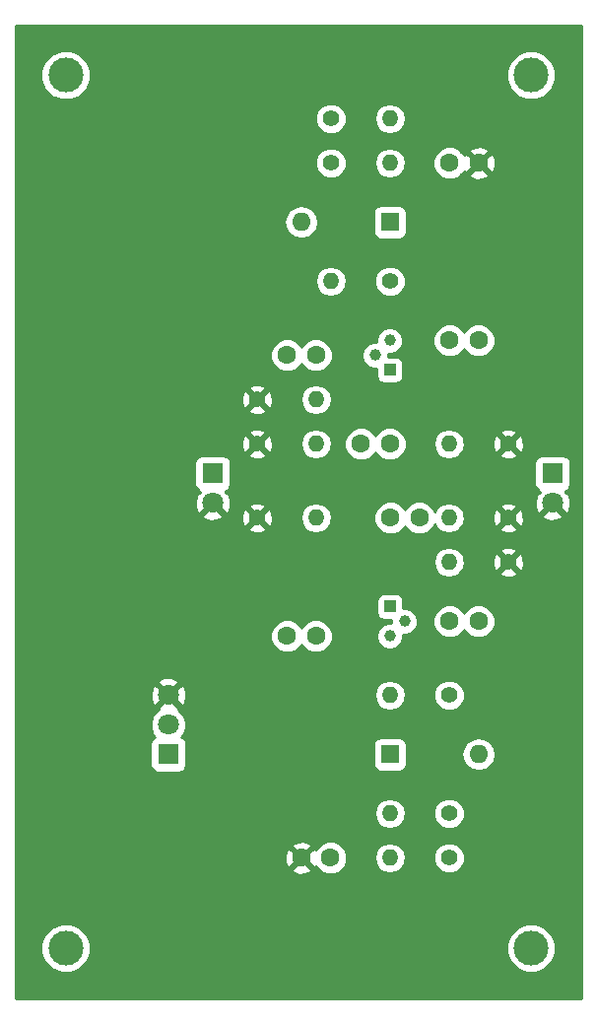
<source format=gbr>
G04 #@! TF.FileFunction,Copper,L1,Top,Signal*
%FSLAX46Y46*%
G04 Gerber Fmt 4.6, Leading zero omitted, Abs format (unit mm)*
G04 Created by KiCad (PCBNEW 4.0.7) date 02/19/18 19:04:24*
%MOMM*%
%LPD*%
G01*
G04 APERTURE LIST*
%ADD10C,0.100000*%
%ADD11C,1.600000*%
%ADD12R,1.600000X1.600000*%
%ADD13O,1.600000X1.600000*%
%ADD14R,1.800000X1.800000*%
%ADD15C,1.800000*%
%ADD16C,1.000000*%
%ADD17R,1.000000X1.000000*%
%ADD18C,1.400000*%
%ADD19O,1.400000X1.400000*%
%ADD20C,3.000000*%
%ADD21C,0.254000*%
G04 APERTURE END LIST*
D10*
D11*
X96520000Y-99060000D03*
X94020000Y-99060000D03*
X96520000Y-123190000D03*
X94020000Y-123190000D03*
X102870000Y-106680000D03*
X100370000Y-106680000D03*
X110490000Y-82550000D03*
X107990000Y-82550000D03*
X95250000Y-142240000D03*
X97750000Y-142240000D03*
X105410000Y-113030000D03*
X102910000Y-113030000D03*
X110490000Y-97790000D03*
X107990000Y-97790000D03*
X110490000Y-121920000D03*
X107990000Y-121920000D03*
D12*
X102870000Y-133350000D03*
D13*
X110490000Y-133350000D03*
D12*
X102870000Y-87630000D03*
D13*
X95250000Y-87630000D03*
D14*
X83820000Y-133350000D03*
D15*
X83820000Y-130810000D03*
X83820000Y-128270000D03*
D14*
X87630000Y-109220000D03*
D15*
X87630000Y-111760000D03*
D14*
X116840000Y-109220000D03*
D15*
X116840000Y-111760000D03*
D16*
X101600000Y-99060000D03*
X102870000Y-97790000D03*
D17*
X102870000Y-100330000D03*
D16*
X104140000Y-121920000D03*
X102870000Y-123190000D03*
D17*
X102870000Y-120650000D03*
D18*
X91440000Y-102870000D03*
D19*
X96520000Y-102870000D03*
D18*
X91440000Y-106680000D03*
D19*
X96520000Y-106680000D03*
D18*
X97790000Y-78740000D03*
D19*
X102870000Y-78740000D03*
D18*
X107950000Y-142240000D03*
D19*
X102870000Y-142240000D03*
D18*
X102870000Y-92710000D03*
D19*
X97790000Y-92710000D03*
D18*
X107950000Y-138430000D03*
D19*
X102870000Y-138430000D03*
D18*
X91440000Y-113030000D03*
D19*
X96520000Y-113030000D03*
D18*
X113030000Y-106680000D03*
D19*
X107950000Y-106680000D03*
D18*
X97790000Y-82550000D03*
D19*
X102870000Y-82550000D03*
D18*
X107950000Y-128270000D03*
D19*
X102870000Y-128270000D03*
D18*
X113030000Y-113030000D03*
D19*
X107950000Y-113030000D03*
D18*
X113030000Y-116840000D03*
D19*
X107950000Y-116840000D03*
D20*
X75000000Y-75000000D03*
X115000000Y-75000000D03*
X115000000Y-150000000D03*
X75000000Y-150000000D03*
D21*
G36*
X119290000Y-154290000D02*
X70710000Y-154290000D01*
X70710000Y-150422815D01*
X72864630Y-150422815D01*
X73188980Y-151207800D01*
X73789041Y-151808909D01*
X74573459Y-152134628D01*
X75422815Y-152135370D01*
X76207800Y-151811020D01*
X76808909Y-151210959D01*
X77134628Y-150426541D01*
X77134631Y-150422815D01*
X112864630Y-150422815D01*
X113188980Y-151207800D01*
X113789041Y-151808909D01*
X114573459Y-152134628D01*
X115422815Y-152135370D01*
X116207800Y-151811020D01*
X116808909Y-151210959D01*
X117134628Y-150426541D01*
X117135370Y-149577185D01*
X116811020Y-148792200D01*
X116210959Y-148191091D01*
X115426541Y-147865372D01*
X114577185Y-147864630D01*
X113792200Y-148188980D01*
X113191091Y-148789041D01*
X112865372Y-149573459D01*
X112864630Y-150422815D01*
X77134631Y-150422815D01*
X77135370Y-149577185D01*
X76811020Y-148792200D01*
X76210959Y-148191091D01*
X75426541Y-147865372D01*
X74577185Y-147864630D01*
X73792200Y-148188980D01*
X73191091Y-148789041D01*
X72865372Y-149573459D01*
X72864630Y-150422815D01*
X70710000Y-150422815D01*
X70710000Y-143247745D01*
X94421861Y-143247745D01*
X94495995Y-143493864D01*
X95033223Y-143686965D01*
X95603454Y-143659778D01*
X96004005Y-143493864D01*
X96078139Y-143247745D01*
X95250000Y-142419605D01*
X94421861Y-143247745D01*
X70710000Y-143247745D01*
X70710000Y-142023223D01*
X93803035Y-142023223D01*
X93830222Y-142593454D01*
X93996136Y-142994005D01*
X94242255Y-143068139D01*
X95070395Y-142240000D01*
X95429605Y-142240000D01*
X96257745Y-143068139D01*
X96503864Y-142994005D01*
X96506196Y-142987517D01*
X96532757Y-143051800D01*
X96936077Y-143455824D01*
X97463309Y-143674750D01*
X98034187Y-143675248D01*
X98561800Y-143457243D01*
X98965824Y-143053923D01*
X99184750Y-142526691D01*
X99185000Y-142240000D01*
X101508846Y-142240000D01*
X101610467Y-142750882D01*
X101899858Y-143183988D01*
X102332964Y-143473379D01*
X102843846Y-143575000D01*
X102896154Y-143575000D01*
X103407036Y-143473379D01*
X103840142Y-143183988D01*
X104129533Y-142750882D01*
X104178564Y-142504383D01*
X106614769Y-142504383D01*
X106817582Y-142995229D01*
X107192796Y-143371098D01*
X107683287Y-143574768D01*
X108214383Y-143575231D01*
X108705229Y-143372418D01*
X109081098Y-142997204D01*
X109284768Y-142506713D01*
X109285231Y-141975617D01*
X109082418Y-141484771D01*
X108707204Y-141108902D01*
X108216713Y-140905232D01*
X107685617Y-140904769D01*
X107194771Y-141107582D01*
X106818902Y-141482796D01*
X106615232Y-141973287D01*
X106614769Y-142504383D01*
X104178564Y-142504383D01*
X104231154Y-142240000D01*
X104129533Y-141729118D01*
X103840142Y-141296012D01*
X103407036Y-141006621D01*
X102896154Y-140905000D01*
X102843846Y-140905000D01*
X102332964Y-141006621D01*
X101899858Y-141296012D01*
X101610467Y-141729118D01*
X101508846Y-142240000D01*
X99185000Y-142240000D01*
X99185248Y-141955813D01*
X98967243Y-141428200D01*
X98563923Y-141024176D01*
X98036691Y-140805250D01*
X97465813Y-140804752D01*
X96938200Y-141022757D01*
X96534176Y-141426077D01*
X96506577Y-141492544D01*
X96503864Y-141485995D01*
X96257745Y-141411861D01*
X95429605Y-142240000D01*
X95070395Y-142240000D01*
X94242255Y-141411861D01*
X93996136Y-141485995D01*
X93803035Y-142023223D01*
X70710000Y-142023223D01*
X70710000Y-141232255D01*
X94421861Y-141232255D01*
X95250000Y-142060395D01*
X96078139Y-141232255D01*
X96004005Y-140986136D01*
X95466777Y-140793035D01*
X94896546Y-140820222D01*
X94495995Y-140986136D01*
X94421861Y-141232255D01*
X70710000Y-141232255D01*
X70710000Y-138430000D01*
X101508846Y-138430000D01*
X101610467Y-138940882D01*
X101899858Y-139373988D01*
X102332964Y-139663379D01*
X102843846Y-139765000D01*
X102896154Y-139765000D01*
X103407036Y-139663379D01*
X103840142Y-139373988D01*
X104129533Y-138940882D01*
X104178564Y-138694383D01*
X106614769Y-138694383D01*
X106817582Y-139185229D01*
X107192796Y-139561098D01*
X107683287Y-139764768D01*
X108214383Y-139765231D01*
X108705229Y-139562418D01*
X109081098Y-139187204D01*
X109284768Y-138696713D01*
X109285231Y-138165617D01*
X109082418Y-137674771D01*
X108707204Y-137298902D01*
X108216713Y-137095232D01*
X107685617Y-137094769D01*
X107194771Y-137297582D01*
X106818902Y-137672796D01*
X106615232Y-138163287D01*
X106614769Y-138694383D01*
X104178564Y-138694383D01*
X104231154Y-138430000D01*
X104129533Y-137919118D01*
X103840142Y-137486012D01*
X103407036Y-137196621D01*
X102896154Y-137095000D01*
X102843846Y-137095000D01*
X102332964Y-137196621D01*
X101899858Y-137486012D01*
X101610467Y-137919118D01*
X101508846Y-138430000D01*
X70710000Y-138430000D01*
X70710000Y-132450000D01*
X82272560Y-132450000D01*
X82272560Y-134250000D01*
X82316838Y-134485317D01*
X82455910Y-134701441D01*
X82668110Y-134846431D01*
X82920000Y-134897440D01*
X84720000Y-134897440D01*
X84955317Y-134853162D01*
X85171441Y-134714090D01*
X85316431Y-134501890D01*
X85367440Y-134250000D01*
X85367440Y-132550000D01*
X101422560Y-132550000D01*
X101422560Y-134150000D01*
X101466838Y-134385317D01*
X101605910Y-134601441D01*
X101818110Y-134746431D01*
X102070000Y-134797440D01*
X103670000Y-134797440D01*
X103905317Y-134753162D01*
X104121441Y-134614090D01*
X104266431Y-134401890D01*
X104317440Y-134150000D01*
X104317440Y-133350000D01*
X109026887Y-133350000D01*
X109136120Y-133899151D01*
X109447189Y-134364698D01*
X109912736Y-134675767D01*
X110461887Y-134785000D01*
X110518113Y-134785000D01*
X111067264Y-134675767D01*
X111532811Y-134364698D01*
X111843880Y-133899151D01*
X111953113Y-133350000D01*
X111843880Y-132800849D01*
X111532811Y-132335302D01*
X111067264Y-132024233D01*
X110518113Y-131915000D01*
X110461887Y-131915000D01*
X109912736Y-132024233D01*
X109447189Y-132335302D01*
X109136120Y-132800849D01*
X109026887Y-133350000D01*
X104317440Y-133350000D01*
X104317440Y-132550000D01*
X104273162Y-132314683D01*
X104134090Y-132098559D01*
X103921890Y-131953569D01*
X103670000Y-131902560D01*
X102070000Y-131902560D01*
X101834683Y-131946838D01*
X101618559Y-132085910D01*
X101473569Y-132298110D01*
X101422560Y-132550000D01*
X85367440Y-132550000D01*
X85367440Y-132450000D01*
X85323162Y-132214683D01*
X85184090Y-131998559D01*
X84971890Y-131853569D01*
X84951466Y-131849433D01*
X85120551Y-131680643D01*
X85354733Y-131116670D01*
X85355265Y-130506009D01*
X85122068Y-129941629D01*
X84690643Y-129509449D01*
X84669806Y-129500797D01*
X84720554Y-129350159D01*
X83820000Y-128449605D01*
X82919446Y-129350159D01*
X82970035Y-129500327D01*
X82951629Y-129507932D01*
X82519449Y-129939357D01*
X82285267Y-130503330D01*
X82284735Y-131113991D01*
X82517932Y-131678371D01*
X82685880Y-131846613D01*
X82684683Y-131846838D01*
X82468559Y-131985910D01*
X82323569Y-132198110D01*
X82272560Y-132450000D01*
X70710000Y-132450000D01*
X70710000Y-128029336D01*
X82273542Y-128029336D01*
X82299161Y-128639460D01*
X82483357Y-129084148D01*
X82739841Y-129170554D01*
X83640395Y-128270000D01*
X83999605Y-128270000D01*
X84900159Y-129170554D01*
X85156643Y-129084148D01*
X85366458Y-128510664D01*
X85356353Y-128270000D01*
X101508846Y-128270000D01*
X101610467Y-128780882D01*
X101899858Y-129213988D01*
X102332964Y-129503379D01*
X102843846Y-129605000D01*
X102896154Y-129605000D01*
X103407036Y-129503379D01*
X103840142Y-129213988D01*
X104129533Y-128780882D01*
X104178564Y-128534383D01*
X106614769Y-128534383D01*
X106817582Y-129025229D01*
X107192796Y-129401098D01*
X107683287Y-129604768D01*
X108214383Y-129605231D01*
X108705229Y-129402418D01*
X109081098Y-129027204D01*
X109284768Y-128536713D01*
X109285231Y-128005617D01*
X109082418Y-127514771D01*
X108707204Y-127138902D01*
X108216713Y-126935232D01*
X107685617Y-126934769D01*
X107194771Y-127137582D01*
X106818902Y-127512796D01*
X106615232Y-128003287D01*
X106614769Y-128534383D01*
X104178564Y-128534383D01*
X104231154Y-128270000D01*
X104129533Y-127759118D01*
X103840142Y-127326012D01*
X103407036Y-127036621D01*
X102896154Y-126935000D01*
X102843846Y-126935000D01*
X102332964Y-127036621D01*
X101899858Y-127326012D01*
X101610467Y-127759118D01*
X101508846Y-128270000D01*
X85356353Y-128270000D01*
X85340839Y-127900540D01*
X85156643Y-127455852D01*
X84900159Y-127369446D01*
X83999605Y-128270000D01*
X83640395Y-128270000D01*
X82739841Y-127369446D01*
X82483357Y-127455852D01*
X82273542Y-128029336D01*
X70710000Y-128029336D01*
X70710000Y-127189841D01*
X82919446Y-127189841D01*
X83820000Y-128090395D01*
X84720554Y-127189841D01*
X84634148Y-126933357D01*
X84060664Y-126723542D01*
X83450540Y-126749161D01*
X83005852Y-126933357D01*
X82919446Y-127189841D01*
X70710000Y-127189841D01*
X70710000Y-123474187D01*
X92584752Y-123474187D01*
X92802757Y-124001800D01*
X93206077Y-124405824D01*
X93733309Y-124624750D01*
X94304187Y-124625248D01*
X94831800Y-124407243D01*
X95235824Y-124003923D01*
X95269813Y-123922069D01*
X95302757Y-124001800D01*
X95706077Y-124405824D01*
X96233309Y-124624750D01*
X96804187Y-124625248D01*
X97331800Y-124407243D01*
X97735824Y-124003923D01*
X97954750Y-123476691D01*
X97955248Y-122905813D01*
X97737243Y-122378200D01*
X97333923Y-121974176D01*
X96806691Y-121755250D01*
X96235813Y-121754752D01*
X95708200Y-121972757D01*
X95304176Y-122376077D01*
X95270187Y-122457931D01*
X95237243Y-122378200D01*
X94833923Y-121974176D01*
X94306691Y-121755250D01*
X93735813Y-121754752D01*
X93208200Y-121972757D01*
X92804176Y-122376077D01*
X92585250Y-122903309D01*
X92584752Y-123474187D01*
X70710000Y-123474187D01*
X70710000Y-120150000D01*
X101722560Y-120150000D01*
X101722560Y-121150000D01*
X101766838Y-121385317D01*
X101905910Y-121601441D01*
X102118110Y-121746431D01*
X102370000Y-121797440D01*
X103005106Y-121797440D01*
X103004881Y-122055117D01*
X102645225Y-122054803D01*
X102227914Y-122227233D01*
X101908355Y-122546235D01*
X101735197Y-122963244D01*
X101734803Y-123414775D01*
X101907233Y-123832086D01*
X102226235Y-124151645D01*
X102643244Y-124324803D01*
X103094775Y-124325197D01*
X103512086Y-124152767D01*
X103831645Y-123833765D01*
X104004803Y-123416756D01*
X104005119Y-123054883D01*
X104364775Y-123055197D01*
X104782086Y-122882767D01*
X105101645Y-122563765D01*
X105250955Y-122204187D01*
X106554752Y-122204187D01*
X106772757Y-122731800D01*
X107176077Y-123135824D01*
X107703309Y-123354750D01*
X108274187Y-123355248D01*
X108801800Y-123137243D01*
X109205824Y-122733923D01*
X109239813Y-122652069D01*
X109272757Y-122731800D01*
X109676077Y-123135824D01*
X110203309Y-123354750D01*
X110774187Y-123355248D01*
X111301800Y-123137243D01*
X111705824Y-122733923D01*
X111924750Y-122206691D01*
X111925248Y-121635813D01*
X111707243Y-121108200D01*
X111303923Y-120704176D01*
X110776691Y-120485250D01*
X110205813Y-120484752D01*
X109678200Y-120702757D01*
X109274176Y-121106077D01*
X109240187Y-121187931D01*
X109207243Y-121108200D01*
X108803923Y-120704176D01*
X108276691Y-120485250D01*
X107705813Y-120484752D01*
X107178200Y-120702757D01*
X106774176Y-121106077D01*
X106555250Y-121633309D01*
X106554752Y-122204187D01*
X105250955Y-122204187D01*
X105274803Y-122146756D01*
X105275197Y-121695225D01*
X105102767Y-121277914D01*
X104783765Y-120958355D01*
X104366756Y-120785197D01*
X104017440Y-120784892D01*
X104017440Y-120150000D01*
X103973162Y-119914683D01*
X103834090Y-119698559D01*
X103621890Y-119553569D01*
X103370000Y-119502560D01*
X102370000Y-119502560D01*
X102134683Y-119546838D01*
X101918559Y-119685910D01*
X101773569Y-119898110D01*
X101722560Y-120150000D01*
X70710000Y-120150000D01*
X70710000Y-116840000D01*
X106588846Y-116840000D01*
X106690467Y-117350882D01*
X106979858Y-117783988D01*
X107412964Y-118073379D01*
X107923846Y-118175000D01*
X107976154Y-118175000D01*
X108487036Y-118073379D01*
X108920142Y-117783988D01*
X108925963Y-117775275D01*
X112274331Y-117775275D01*
X112336169Y-118011042D01*
X112837122Y-118187419D01*
X113367440Y-118158664D01*
X113723831Y-118011042D01*
X113785669Y-117775275D01*
X113030000Y-117019605D01*
X112274331Y-117775275D01*
X108925963Y-117775275D01*
X109209533Y-117350882D01*
X109311154Y-116840000D01*
X109272789Y-116647122D01*
X111682581Y-116647122D01*
X111711336Y-117177440D01*
X111858958Y-117533831D01*
X112094725Y-117595669D01*
X112850395Y-116840000D01*
X113209605Y-116840000D01*
X113965275Y-117595669D01*
X114201042Y-117533831D01*
X114377419Y-117032878D01*
X114348664Y-116502560D01*
X114201042Y-116146169D01*
X113965275Y-116084331D01*
X113209605Y-116840000D01*
X112850395Y-116840000D01*
X112094725Y-116084331D01*
X111858958Y-116146169D01*
X111682581Y-116647122D01*
X109272789Y-116647122D01*
X109209533Y-116329118D01*
X108925964Y-115904725D01*
X112274331Y-115904725D01*
X113030000Y-116660395D01*
X113785669Y-115904725D01*
X113723831Y-115668958D01*
X113222878Y-115492581D01*
X112692560Y-115521336D01*
X112336169Y-115668958D01*
X112274331Y-115904725D01*
X108925964Y-115904725D01*
X108920142Y-115896012D01*
X108487036Y-115606621D01*
X107976154Y-115505000D01*
X107923846Y-115505000D01*
X107412964Y-115606621D01*
X106979858Y-115896012D01*
X106690467Y-116329118D01*
X106588846Y-116840000D01*
X70710000Y-116840000D01*
X70710000Y-113965275D01*
X90684331Y-113965275D01*
X90746169Y-114201042D01*
X91247122Y-114377419D01*
X91777440Y-114348664D01*
X92133831Y-114201042D01*
X92195669Y-113965275D01*
X91440000Y-113209605D01*
X90684331Y-113965275D01*
X70710000Y-113965275D01*
X70710000Y-112840159D01*
X86729446Y-112840159D01*
X86815852Y-113096643D01*
X87389336Y-113306458D01*
X87999460Y-113280839D01*
X88444148Y-113096643D01*
X88530554Y-112840159D01*
X88527517Y-112837122D01*
X90092581Y-112837122D01*
X90121336Y-113367440D01*
X90268958Y-113723831D01*
X90504725Y-113785669D01*
X91260395Y-113030000D01*
X91619605Y-113030000D01*
X92375275Y-113785669D01*
X92611042Y-113723831D01*
X92787419Y-113222878D01*
X92776961Y-113030000D01*
X95158846Y-113030000D01*
X95260467Y-113540882D01*
X95549858Y-113973988D01*
X95982964Y-114263379D01*
X96493846Y-114365000D01*
X96546154Y-114365000D01*
X97057036Y-114263379D01*
X97490142Y-113973988D01*
X97779533Y-113540882D01*
X97824625Y-113314187D01*
X101474752Y-113314187D01*
X101692757Y-113841800D01*
X102096077Y-114245824D01*
X102623309Y-114464750D01*
X103194187Y-114465248D01*
X103721800Y-114247243D01*
X104125824Y-113843923D01*
X104159813Y-113762069D01*
X104192757Y-113841800D01*
X104596077Y-114245824D01*
X105123309Y-114464750D01*
X105694187Y-114465248D01*
X106221800Y-114247243D01*
X106625824Y-113843923D01*
X106728205Y-113597362D01*
X106979858Y-113973988D01*
X107412964Y-114263379D01*
X107923846Y-114365000D01*
X107976154Y-114365000D01*
X108487036Y-114263379D01*
X108920142Y-113973988D01*
X108925963Y-113965275D01*
X112274331Y-113965275D01*
X112336169Y-114201042D01*
X112837122Y-114377419D01*
X113367440Y-114348664D01*
X113723831Y-114201042D01*
X113785669Y-113965275D01*
X113030000Y-113209605D01*
X112274331Y-113965275D01*
X108925963Y-113965275D01*
X109209533Y-113540882D01*
X109311154Y-113030000D01*
X109272789Y-112837122D01*
X111682581Y-112837122D01*
X111711336Y-113367440D01*
X111858958Y-113723831D01*
X112094725Y-113785669D01*
X112850395Y-113030000D01*
X113209605Y-113030000D01*
X113965275Y-113785669D01*
X114201042Y-113723831D01*
X114377419Y-113222878D01*
X114356668Y-112840159D01*
X115939446Y-112840159D01*
X116025852Y-113096643D01*
X116599336Y-113306458D01*
X117209460Y-113280839D01*
X117654148Y-113096643D01*
X117740554Y-112840159D01*
X116840000Y-111939605D01*
X115939446Y-112840159D01*
X114356668Y-112840159D01*
X114348664Y-112692560D01*
X114201042Y-112336169D01*
X113965275Y-112274331D01*
X113209605Y-113030000D01*
X112850395Y-113030000D01*
X112094725Y-112274331D01*
X111858958Y-112336169D01*
X111682581Y-112837122D01*
X109272789Y-112837122D01*
X109209533Y-112519118D01*
X108925964Y-112094725D01*
X112274331Y-112094725D01*
X113030000Y-112850395D01*
X113785669Y-112094725D01*
X113723831Y-111858958D01*
X113222878Y-111682581D01*
X112692560Y-111711336D01*
X112336169Y-111858958D01*
X112274331Y-112094725D01*
X108925964Y-112094725D01*
X108920142Y-112086012D01*
X108487036Y-111796621D01*
X107976154Y-111695000D01*
X107923846Y-111695000D01*
X107412964Y-111796621D01*
X106979858Y-112086012D01*
X106728228Y-112462604D01*
X106627243Y-112218200D01*
X106223923Y-111814176D01*
X105696691Y-111595250D01*
X105125813Y-111594752D01*
X104598200Y-111812757D01*
X104194176Y-112216077D01*
X104160187Y-112297931D01*
X104127243Y-112218200D01*
X103723923Y-111814176D01*
X103196691Y-111595250D01*
X102625813Y-111594752D01*
X102098200Y-111812757D01*
X101694176Y-112216077D01*
X101475250Y-112743309D01*
X101474752Y-113314187D01*
X97824625Y-113314187D01*
X97881154Y-113030000D01*
X97779533Y-112519118D01*
X97490142Y-112086012D01*
X97057036Y-111796621D01*
X96546154Y-111695000D01*
X96493846Y-111695000D01*
X95982964Y-111796621D01*
X95549858Y-112086012D01*
X95260467Y-112519118D01*
X95158846Y-113030000D01*
X92776961Y-113030000D01*
X92758664Y-112692560D01*
X92611042Y-112336169D01*
X92375275Y-112274331D01*
X91619605Y-113030000D01*
X91260395Y-113030000D01*
X90504725Y-112274331D01*
X90268958Y-112336169D01*
X90092581Y-112837122D01*
X88527517Y-112837122D01*
X87630000Y-111939605D01*
X86729446Y-112840159D01*
X70710000Y-112840159D01*
X70710000Y-108320000D01*
X86082560Y-108320000D01*
X86082560Y-110120000D01*
X86126838Y-110355317D01*
X86265910Y-110571441D01*
X86469574Y-110710598D01*
X86435282Y-110744890D01*
X86549839Y-110859447D01*
X86293357Y-110945852D01*
X86083542Y-111519336D01*
X86109161Y-112129460D01*
X86293357Y-112574148D01*
X86549841Y-112660554D01*
X87450395Y-111760000D01*
X87436253Y-111745858D01*
X87615858Y-111566253D01*
X87630000Y-111580395D01*
X87644143Y-111566253D01*
X87823748Y-111745858D01*
X87809605Y-111760000D01*
X88710159Y-112660554D01*
X88966643Y-112574148D01*
X89142044Y-112094725D01*
X90684331Y-112094725D01*
X91440000Y-112850395D01*
X92195669Y-112094725D01*
X92133831Y-111858958D01*
X91632878Y-111682581D01*
X91102560Y-111711336D01*
X90746169Y-111858958D01*
X90684331Y-112094725D01*
X89142044Y-112094725D01*
X89176458Y-112000664D01*
X89150839Y-111390540D01*
X88966643Y-110945852D01*
X88710161Y-110859447D01*
X88824718Y-110744890D01*
X88788240Y-110708412D01*
X88981441Y-110584090D01*
X89126431Y-110371890D01*
X89177440Y-110120000D01*
X89177440Y-108320000D01*
X115292560Y-108320000D01*
X115292560Y-110120000D01*
X115336838Y-110355317D01*
X115475910Y-110571441D01*
X115679574Y-110710598D01*
X115645282Y-110744890D01*
X115759839Y-110859447D01*
X115503357Y-110945852D01*
X115293542Y-111519336D01*
X115319161Y-112129460D01*
X115503357Y-112574148D01*
X115759841Y-112660554D01*
X116660395Y-111760000D01*
X116646253Y-111745858D01*
X116825858Y-111566253D01*
X116840000Y-111580395D01*
X116854143Y-111566253D01*
X117033748Y-111745858D01*
X117019605Y-111760000D01*
X117920159Y-112660554D01*
X118176643Y-112574148D01*
X118386458Y-112000664D01*
X118360839Y-111390540D01*
X118176643Y-110945852D01*
X117920161Y-110859447D01*
X118034718Y-110744890D01*
X117998240Y-110708412D01*
X118191441Y-110584090D01*
X118336431Y-110371890D01*
X118387440Y-110120000D01*
X118387440Y-108320000D01*
X118343162Y-108084683D01*
X118204090Y-107868559D01*
X117991890Y-107723569D01*
X117740000Y-107672560D01*
X115940000Y-107672560D01*
X115704683Y-107716838D01*
X115488559Y-107855910D01*
X115343569Y-108068110D01*
X115292560Y-108320000D01*
X89177440Y-108320000D01*
X89133162Y-108084683D01*
X88994090Y-107868559D01*
X88781890Y-107723569D01*
X88530000Y-107672560D01*
X86730000Y-107672560D01*
X86494683Y-107716838D01*
X86278559Y-107855910D01*
X86133569Y-108068110D01*
X86082560Y-108320000D01*
X70710000Y-108320000D01*
X70710000Y-107615275D01*
X90684331Y-107615275D01*
X90746169Y-107851042D01*
X91247122Y-108027419D01*
X91777440Y-107998664D01*
X92133831Y-107851042D01*
X92195669Y-107615275D01*
X91440000Y-106859605D01*
X90684331Y-107615275D01*
X70710000Y-107615275D01*
X70710000Y-106487122D01*
X90092581Y-106487122D01*
X90121336Y-107017440D01*
X90268958Y-107373831D01*
X90504725Y-107435669D01*
X91260395Y-106680000D01*
X91619605Y-106680000D01*
X92375275Y-107435669D01*
X92611042Y-107373831D01*
X92787419Y-106872878D01*
X92776961Y-106680000D01*
X95158846Y-106680000D01*
X95260467Y-107190882D01*
X95549858Y-107623988D01*
X95982964Y-107913379D01*
X96493846Y-108015000D01*
X96546154Y-108015000D01*
X97057036Y-107913379D01*
X97490142Y-107623988D01*
X97779533Y-107190882D01*
X97824625Y-106964187D01*
X98934752Y-106964187D01*
X99152757Y-107491800D01*
X99556077Y-107895824D01*
X100083309Y-108114750D01*
X100654187Y-108115248D01*
X101181800Y-107897243D01*
X101585824Y-107493923D01*
X101619813Y-107412069D01*
X101652757Y-107491800D01*
X102056077Y-107895824D01*
X102583309Y-108114750D01*
X103154187Y-108115248D01*
X103681800Y-107897243D01*
X104085824Y-107493923D01*
X104304750Y-106966691D01*
X104305000Y-106680000D01*
X106588846Y-106680000D01*
X106690467Y-107190882D01*
X106979858Y-107623988D01*
X107412964Y-107913379D01*
X107923846Y-108015000D01*
X107976154Y-108015000D01*
X108487036Y-107913379D01*
X108920142Y-107623988D01*
X108925963Y-107615275D01*
X112274331Y-107615275D01*
X112336169Y-107851042D01*
X112837122Y-108027419D01*
X113367440Y-107998664D01*
X113723831Y-107851042D01*
X113785669Y-107615275D01*
X113030000Y-106859605D01*
X112274331Y-107615275D01*
X108925963Y-107615275D01*
X109209533Y-107190882D01*
X109311154Y-106680000D01*
X109272789Y-106487122D01*
X111682581Y-106487122D01*
X111711336Y-107017440D01*
X111858958Y-107373831D01*
X112094725Y-107435669D01*
X112850395Y-106680000D01*
X113209605Y-106680000D01*
X113965275Y-107435669D01*
X114201042Y-107373831D01*
X114377419Y-106872878D01*
X114348664Y-106342560D01*
X114201042Y-105986169D01*
X113965275Y-105924331D01*
X113209605Y-106680000D01*
X112850395Y-106680000D01*
X112094725Y-105924331D01*
X111858958Y-105986169D01*
X111682581Y-106487122D01*
X109272789Y-106487122D01*
X109209533Y-106169118D01*
X108925964Y-105744725D01*
X112274331Y-105744725D01*
X113030000Y-106500395D01*
X113785669Y-105744725D01*
X113723831Y-105508958D01*
X113222878Y-105332581D01*
X112692560Y-105361336D01*
X112336169Y-105508958D01*
X112274331Y-105744725D01*
X108925964Y-105744725D01*
X108920142Y-105736012D01*
X108487036Y-105446621D01*
X107976154Y-105345000D01*
X107923846Y-105345000D01*
X107412964Y-105446621D01*
X106979858Y-105736012D01*
X106690467Y-106169118D01*
X106588846Y-106680000D01*
X104305000Y-106680000D01*
X104305248Y-106395813D01*
X104087243Y-105868200D01*
X103683923Y-105464176D01*
X103156691Y-105245250D01*
X102585813Y-105244752D01*
X102058200Y-105462757D01*
X101654176Y-105866077D01*
X101620187Y-105947931D01*
X101587243Y-105868200D01*
X101183923Y-105464176D01*
X100656691Y-105245250D01*
X100085813Y-105244752D01*
X99558200Y-105462757D01*
X99154176Y-105866077D01*
X98935250Y-106393309D01*
X98934752Y-106964187D01*
X97824625Y-106964187D01*
X97881154Y-106680000D01*
X97779533Y-106169118D01*
X97490142Y-105736012D01*
X97057036Y-105446621D01*
X96546154Y-105345000D01*
X96493846Y-105345000D01*
X95982964Y-105446621D01*
X95549858Y-105736012D01*
X95260467Y-106169118D01*
X95158846Y-106680000D01*
X92776961Y-106680000D01*
X92758664Y-106342560D01*
X92611042Y-105986169D01*
X92375275Y-105924331D01*
X91619605Y-106680000D01*
X91260395Y-106680000D01*
X90504725Y-105924331D01*
X90268958Y-105986169D01*
X90092581Y-106487122D01*
X70710000Y-106487122D01*
X70710000Y-105744725D01*
X90684331Y-105744725D01*
X91440000Y-106500395D01*
X92195669Y-105744725D01*
X92133831Y-105508958D01*
X91632878Y-105332581D01*
X91102560Y-105361336D01*
X90746169Y-105508958D01*
X90684331Y-105744725D01*
X70710000Y-105744725D01*
X70710000Y-103805275D01*
X90684331Y-103805275D01*
X90746169Y-104041042D01*
X91247122Y-104217419D01*
X91777440Y-104188664D01*
X92133831Y-104041042D01*
X92195669Y-103805275D01*
X91440000Y-103049605D01*
X90684331Y-103805275D01*
X70710000Y-103805275D01*
X70710000Y-102677122D01*
X90092581Y-102677122D01*
X90121336Y-103207440D01*
X90268958Y-103563831D01*
X90504725Y-103625669D01*
X91260395Y-102870000D01*
X91619605Y-102870000D01*
X92375275Y-103625669D01*
X92611042Y-103563831D01*
X92787419Y-103062878D01*
X92776961Y-102870000D01*
X95158846Y-102870000D01*
X95260467Y-103380882D01*
X95549858Y-103813988D01*
X95982964Y-104103379D01*
X96493846Y-104205000D01*
X96546154Y-104205000D01*
X97057036Y-104103379D01*
X97490142Y-103813988D01*
X97779533Y-103380882D01*
X97881154Y-102870000D01*
X97779533Y-102359118D01*
X97490142Y-101926012D01*
X97057036Y-101636621D01*
X96546154Y-101535000D01*
X96493846Y-101535000D01*
X95982964Y-101636621D01*
X95549858Y-101926012D01*
X95260467Y-102359118D01*
X95158846Y-102870000D01*
X92776961Y-102870000D01*
X92758664Y-102532560D01*
X92611042Y-102176169D01*
X92375275Y-102114331D01*
X91619605Y-102870000D01*
X91260395Y-102870000D01*
X90504725Y-102114331D01*
X90268958Y-102176169D01*
X90092581Y-102677122D01*
X70710000Y-102677122D01*
X70710000Y-101934725D01*
X90684331Y-101934725D01*
X91440000Y-102690395D01*
X92195669Y-101934725D01*
X92133831Y-101698958D01*
X91632878Y-101522581D01*
X91102560Y-101551336D01*
X90746169Y-101698958D01*
X90684331Y-101934725D01*
X70710000Y-101934725D01*
X70710000Y-99344187D01*
X92584752Y-99344187D01*
X92802757Y-99871800D01*
X93206077Y-100275824D01*
X93733309Y-100494750D01*
X94304187Y-100495248D01*
X94831800Y-100277243D01*
X95235824Y-99873923D01*
X95269813Y-99792069D01*
X95302757Y-99871800D01*
X95706077Y-100275824D01*
X96233309Y-100494750D01*
X96804187Y-100495248D01*
X97331800Y-100277243D01*
X97735824Y-99873923D01*
X97954750Y-99346691D01*
X97954804Y-99284775D01*
X100464803Y-99284775D01*
X100637233Y-99702086D01*
X100956235Y-100021645D01*
X101373244Y-100194803D01*
X101722560Y-100195108D01*
X101722560Y-100830000D01*
X101766838Y-101065317D01*
X101905910Y-101281441D01*
X102118110Y-101426431D01*
X102370000Y-101477440D01*
X103370000Y-101477440D01*
X103605317Y-101433162D01*
X103821441Y-101294090D01*
X103966431Y-101081890D01*
X104017440Y-100830000D01*
X104017440Y-99830000D01*
X103973162Y-99594683D01*
X103834090Y-99378559D01*
X103621890Y-99233569D01*
X103370000Y-99182560D01*
X102734894Y-99182560D01*
X102735119Y-98924883D01*
X103094775Y-98925197D01*
X103512086Y-98752767D01*
X103831645Y-98433765D01*
X103980955Y-98074187D01*
X106554752Y-98074187D01*
X106772757Y-98601800D01*
X107176077Y-99005824D01*
X107703309Y-99224750D01*
X108274187Y-99225248D01*
X108801800Y-99007243D01*
X109205824Y-98603923D01*
X109239813Y-98522069D01*
X109272757Y-98601800D01*
X109676077Y-99005824D01*
X110203309Y-99224750D01*
X110774187Y-99225248D01*
X111301800Y-99007243D01*
X111705824Y-98603923D01*
X111924750Y-98076691D01*
X111925248Y-97505813D01*
X111707243Y-96978200D01*
X111303923Y-96574176D01*
X110776691Y-96355250D01*
X110205813Y-96354752D01*
X109678200Y-96572757D01*
X109274176Y-96976077D01*
X109240187Y-97057931D01*
X109207243Y-96978200D01*
X108803923Y-96574176D01*
X108276691Y-96355250D01*
X107705813Y-96354752D01*
X107178200Y-96572757D01*
X106774176Y-96976077D01*
X106555250Y-97503309D01*
X106554752Y-98074187D01*
X103980955Y-98074187D01*
X104004803Y-98016756D01*
X104005197Y-97565225D01*
X103832767Y-97147914D01*
X103513765Y-96828355D01*
X103096756Y-96655197D01*
X102645225Y-96654803D01*
X102227914Y-96827233D01*
X101908355Y-97146235D01*
X101735197Y-97563244D01*
X101734881Y-97925117D01*
X101375225Y-97924803D01*
X100957914Y-98097233D01*
X100638355Y-98416235D01*
X100465197Y-98833244D01*
X100464803Y-99284775D01*
X97954804Y-99284775D01*
X97955248Y-98775813D01*
X97737243Y-98248200D01*
X97333923Y-97844176D01*
X96806691Y-97625250D01*
X96235813Y-97624752D01*
X95708200Y-97842757D01*
X95304176Y-98246077D01*
X95270187Y-98327931D01*
X95237243Y-98248200D01*
X94833923Y-97844176D01*
X94306691Y-97625250D01*
X93735813Y-97624752D01*
X93208200Y-97842757D01*
X92804176Y-98246077D01*
X92585250Y-98773309D01*
X92584752Y-99344187D01*
X70710000Y-99344187D01*
X70710000Y-92710000D01*
X96428846Y-92710000D01*
X96530467Y-93220882D01*
X96819858Y-93653988D01*
X97252964Y-93943379D01*
X97763846Y-94045000D01*
X97816154Y-94045000D01*
X98327036Y-93943379D01*
X98760142Y-93653988D01*
X99049533Y-93220882D01*
X99098564Y-92974383D01*
X101534769Y-92974383D01*
X101737582Y-93465229D01*
X102112796Y-93841098D01*
X102603287Y-94044768D01*
X103134383Y-94045231D01*
X103625229Y-93842418D01*
X104001098Y-93467204D01*
X104204768Y-92976713D01*
X104205231Y-92445617D01*
X104002418Y-91954771D01*
X103627204Y-91578902D01*
X103136713Y-91375232D01*
X102605617Y-91374769D01*
X102114771Y-91577582D01*
X101738902Y-91952796D01*
X101535232Y-92443287D01*
X101534769Y-92974383D01*
X99098564Y-92974383D01*
X99151154Y-92710000D01*
X99049533Y-92199118D01*
X98760142Y-91766012D01*
X98327036Y-91476621D01*
X97816154Y-91375000D01*
X97763846Y-91375000D01*
X97252964Y-91476621D01*
X96819858Y-91766012D01*
X96530467Y-92199118D01*
X96428846Y-92710000D01*
X70710000Y-92710000D01*
X70710000Y-87630000D01*
X93786887Y-87630000D01*
X93896120Y-88179151D01*
X94207189Y-88644698D01*
X94672736Y-88955767D01*
X95221887Y-89065000D01*
X95278113Y-89065000D01*
X95827264Y-88955767D01*
X96292811Y-88644698D01*
X96603880Y-88179151D01*
X96713113Y-87630000D01*
X96603880Y-87080849D01*
X96436268Y-86830000D01*
X101422560Y-86830000D01*
X101422560Y-88430000D01*
X101466838Y-88665317D01*
X101605910Y-88881441D01*
X101818110Y-89026431D01*
X102070000Y-89077440D01*
X103670000Y-89077440D01*
X103905317Y-89033162D01*
X104121441Y-88894090D01*
X104266431Y-88681890D01*
X104317440Y-88430000D01*
X104317440Y-86830000D01*
X104273162Y-86594683D01*
X104134090Y-86378559D01*
X103921890Y-86233569D01*
X103670000Y-86182560D01*
X102070000Y-86182560D01*
X101834683Y-86226838D01*
X101618559Y-86365910D01*
X101473569Y-86578110D01*
X101422560Y-86830000D01*
X96436268Y-86830000D01*
X96292811Y-86615302D01*
X95827264Y-86304233D01*
X95278113Y-86195000D01*
X95221887Y-86195000D01*
X94672736Y-86304233D01*
X94207189Y-86615302D01*
X93896120Y-87080849D01*
X93786887Y-87630000D01*
X70710000Y-87630000D01*
X70710000Y-82814383D01*
X96454769Y-82814383D01*
X96657582Y-83305229D01*
X97032796Y-83681098D01*
X97523287Y-83884768D01*
X98054383Y-83885231D01*
X98545229Y-83682418D01*
X98921098Y-83307204D01*
X99124768Y-82816713D01*
X99125000Y-82550000D01*
X101508846Y-82550000D01*
X101610467Y-83060882D01*
X101899858Y-83493988D01*
X102332964Y-83783379D01*
X102843846Y-83885000D01*
X102896154Y-83885000D01*
X103407036Y-83783379D01*
X103840142Y-83493988D01*
X104129533Y-83060882D01*
X104174625Y-82834187D01*
X106554752Y-82834187D01*
X106772757Y-83361800D01*
X107176077Y-83765824D01*
X107703309Y-83984750D01*
X108274187Y-83985248D01*
X108801800Y-83767243D01*
X109011663Y-83557745D01*
X109661861Y-83557745D01*
X109735995Y-83803864D01*
X110273223Y-83996965D01*
X110843454Y-83969778D01*
X111244005Y-83803864D01*
X111318139Y-83557745D01*
X110490000Y-82729605D01*
X109661861Y-83557745D01*
X109011663Y-83557745D01*
X109205824Y-83363923D01*
X109233423Y-83297456D01*
X109236136Y-83304005D01*
X109482255Y-83378139D01*
X110310395Y-82550000D01*
X110669605Y-82550000D01*
X111497745Y-83378139D01*
X111743864Y-83304005D01*
X111936965Y-82766777D01*
X111909778Y-82196546D01*
X111743864Y-81795995D01*
X111497745Y-81721861D01*
X110669605Y-82550000D01*
X110310395Y-82550000D01*
X109482255Y-81721861D01*
X109236136Y-81795995D01*
X109233804Y-81802483D01*
X109207243Y-81738200D01*
X109011640Y-81542255D01*
X109661861Y-81542255D01*
X110490000Y-82370395D01*
X111318139Y-81542255D01*
X111244005Y-81296136D01*
X110706777Y-81103035D01*
X110136546Y-81130222D01*
X109735995Y-81296136D01*
X109661861Y-81542255D01*
X109011640Y-81542255D01*
X108803923Y-81334176D01*
X108276691Y-81115250D01*
X107705813Y-81114752D01*
X107178200Y-81332757D01*
X106774176Y-81736077D01*
X106555250Y-82263309D01*
X106554752Y-82834187D01*
X104174625Y-82834187D01*
X104231154Y-82550000D01*
X104129533Y-82039118D01*
X103840142Y-81606012D01*
X103407036Y-81316621D01*
X102896154Y-81215000D01*
X102843846Y-81215000D01*
X102332964Y-81316621D01*
X101899858Y-81606012D01*
X101610467Y-82039118D01*
X101508846Y-82550000D01*
X99125000Y-82550000D01*
X99125231Y-82285617D01*
X98922418Y-81794771D01*
X98547204Y-81418902D01*
X98056713Y-81215232D01*
X97525617Y-81214769D01*
X97034771Y-81417582D01*
X96658902Y-81792796D01*
X96455232Y-82283287D01*
X96454769Y-82814383D01*
X70710000Y-82814383D01*
X70710000Y-79004383D01*
X96454769Y-79004383D01*
X96657582Y-79495229D01*
X97032796Y-79871098D01*
X97523287Y-80074768D01*
X98054383Y-80075231D01*
X98545229Y-79872418D01*
X98921098Y-79497204D01*
X99124768Y-79006713D01*
X99125000Y-78740000D01*
X101508846Y-78740000D01*
X101610467Y-79250882D01*
X101899858Y-79683988D01*
X102332964Y-79973379D01*
X102843846Y-80075000D01*
X102896154Y-80075000D01*
X103407036Y-79973379D01*
X103840142Y-79683988D01*
X104129533Y-79250882D01*
X104231154Y-78740000D01*
X104129533Y-78229118D01*
X103840142Y-77796012D01*
X103407036Y-77506621D01*
X102896154Y-77405000D01*
X102843846Y-77405000D01*
X102332964Y-77506621D01*
X101899858Y-77796012D01*
X101610467Y-78229118D01*
X101508846Y-78740000D01*
X99125000Y-78740000D01*
X99125231Y-78475617D01*
X98922418Y-77984771D01*
X98547204Y-77608902D01*
X98056713Y-77405232D01*
X97525617Y-77404769D01*
X97034771Y-77607582D01*
X96658902Y-77982796D01*
X96455232Y-78473287D01*
X96454769Y-79004383D01*
X70710000Y-79004383D01*
X70710000Y-75422815D01*
X72864630Y-75422815D01*
X73188980Y-76207800D01*
X73789041Y-76808909D01*
X74573459Y-77134628D01*
X75422815Y-77135370D01*
X76207800Y-76811020D01*
X76808909Y-76210959D01*
X77134628Y-75426541D01*
X77134631Y-75422815D01*
X112864630Y-75422815D01*
X113188980Y-76207800D01*
X113789041Y-76808909D01*
X114573459Y-77134628D01*
X115422815Y-77135370D01*
X116207800Y-76811020D01*
X116808909Y-76210959D01*
X117134628Y-75426541D01*
X117135370Y-74577185D01*
X116811020Y-73792200D01*
X116210959Y-73191091D01*
X115426541Y-72865372D01*
X114577185Y-72864630D01*
X113792200Y-73188980D01*
X113191091Y-73789041D01*
X112865372Y-74573459D01*
X112864630Y-75422815D01*
X77134631Y-75422815D01*
X77135370Y-74577185D01*
X76811020Y-73792200D01*
X76210959Y-73191091D01*
X75426541Y-72865372D01*
X74577185Y-72864630D01*
X73792200Y-73188980D01*
X73191091Y-73789041D01*
X72865372Y-74573459D01*
X72864630Y-75422815D01*
X70710000Y-75422815D01*
X70710000Y-70710000D01*
X119290000Y-70710000D01*
X119290000Y-154290000D01*
X119290000Y-154290000D01*
G37*
X119290000Y-154290000D02*
X70710000Y-154290000D01*
X70710000Y-150422815D01*
X72864630Y-150422815D01*
X73188980Y-151207800D01*
X73789041Y-151808909D01*
X74573459Y-152134628D01*
X75422815Y-152135370D01*
X76207800Y-151811020D01*
X76808909Y-151210959D01*
X77134628Y-150426541D01*
X77134631Y-150422815D01*
X112864630Y-150422815D01*
X113188980Y-151207800D01*
X113789041Y-151808909D01*
X114573459Y-152134628D01*
X115422815Y-152135370D01*
X116207800Y-151811020D01*
X116808909Y-151210959D01*
X117134628Y-150426541D01*
X117135370Y-149577185D01*
X116811020Y-148792200D01*
X116210959Y-148191091D01*
X115426541Y-147865372D01*
X114577185Y-147864630D01*
X113792200Y-148188980D01*
X113191091Y-148789041D01*
X112865372Y-149573459D01*
X112864630Y-150422815D01*
X77134631Y-150422815D01*
X77135370Y-149577185D01*
X76811020Y-148792200D01*
X76210959Y-148191091D01*
X75426541Y-147865372D01*
X74577185Y-147864630D01*
X73792200Y-148188980D01*
X73191091Y-148789041D01*
X72865372Y-149573459D01*
X72864630Y-150422815D01*
X70710000Y-150422815D01*
X70710000Y-143247745D01*
X94421861Y-143247745D01*
X94495995Y-143493864D01*
X95033223Y-143686965D01*
X95603454Y-143659778D01*
X96004005Y-143493864D01*
X96078139Y-143247745D01*
X95250000Y-142419605D01*
X94421861Y-143247745D01*
X70710000Y-143247745D01*
X70710000Y-142023223D01*
X93803035Y-142023223D01*
X93830222Y-142593454D01*
X93996136Y-142994005D01*
X94242255Y-143068139D01*
X95070395Y-142240000D01*
X95429605Y-142240000D01*
X96257745Y-143068139D01*
X96503864Y-142994005D01*
X96506196Y-142987517D01*
X96532757Y-143051800D01*
X96936077Y-143455824D01*
X97463309Y-143674750D01*
X98034187Y-143675248D01*
X98561800Y-143457243D01*
X98965824Y-143053923D01*
X99184750Y-142526691D01*
X99185000Y-142240000D01*
X101508846Y-142240000D01*
X101610467Y-142750882D01*
X101899858Y-143183988D01*
X102332964Y-143473379D01*
X102843846Y-143575000D01*
X102896154Y-143575000D01*
X103407036Y-143473379D01*
X103840142Y-143183988D01*
X104129533Y-142750882D01*
X104178564Y-142504383D01*
X106614769Y-142504383D01*
X106817582Y-142995229D01*
X107192796Y-143371098D01*
X107683287Y-143574768D01*
X108214383Y-143575231D01*
X108705229Y-143372418D01*
X109081098Y-142997204D01*
X109284768Y-142506713D01*
X109285231Y-141975617D01*
X109082418Y-141484771D01*
X108707204Y-141108902D01*
X108216713Y-140905232D01*
X107685617Y-140904769D01*
X107194771Y-141107582D01*
X106818902Y-141482796D01*
X106615232Y-141973287D01*
X106614769Y-142504383D01*
X104178564Y-142504383D01*
X104231154Y-142240000D01*
X104129533Y-141729118D01*
X103840142Y-141296012D01*
X103407036Y-141006621D01*
X102896154Y-140905000D01*
X102843846Y-140905000D01*
X102332964Y-141006621D01*
X101899858Y-141296012D01*
X101610467Y-141729118D01*
X101508846Y-142240000D01*
X99185000Y-142240000D01*
X99185248Y-141955813D01*
X98967243Y-141428200D01*
X98563923Y-141024176D01*
X98036691Y-140805250D01*
X97465813Y-140804752D01*
X96938200Y-141022757D01*
X96534176Y-141426077D01*
X96506577Y-141492544D01*
X96503864Y-141485995D01*
X96257745Y-141411861D01*
X95429605Y-142240000D01*
X95070395Y-142240000D01*
X94242255Y-141411861D01*
X93996136Y-141485995D01*
X93803035Y-142023223D01*
X70710000Y-142023223D01*
X70710000Y-141232255D01*
X94421861Y-141232255D01*
X95250000Y-142060395D01*
X96078139Y-141232255D01*
X96004005Y-140986136D01*
X95466777Y-140793035D01*
X94896546Y-140820222D01*
X94495995Y-140986136D01*
X94421861Y-141232255D01*
X70710000Y-141232255D01*
X70710000Y-138430000D01*
X101508846Y-138430000D01*
X101610467Y-138940882D01*
X101899858Y-139373988D01*
X102332964Y-139663379D01*
X102843846Y-139765000D01*
X102896154Y-139765000D01*
X103407036Y-139663379D01*
X103840142Y-139373988D01*
X104129533Y-138940882D01*
X104178564Y-138694383D01*
X106614769Y-138694383D01*
X106817582Y-139185229D01*
X107192796Y-139561098D01*
X107683287Y-139764768D01*
X108214383Y-139765231D01*
X108705229Y-139562418D01*
X109081098Y-139187204D01*
X109284768Y-138696713D01*
X109285231Y-138165617D01*
X109082418Y-137674771D01*
X108707204Y-137298902D01*
X108216713Y-137095232D01*
X107685617Y-137094769D01*
X107194771Y-137297582D01*
X106818902Y-137672796D01*
X106615232Y-138163287D01*
X106614769Y-138694383D01*
X104178564Y-138694383D01*
X104231154Y-138430000D01*
X104129533Y-137919118D01*
X103840142Y-137486012D01*
X103407036Y-137196621D01*
X102896154Y-137095000D01*
X102843846Y-137095000D01*
X102332964Y-137196621D01*
X101899858Y-137486012D01*
X101610467Y-137919118D01*
X101508846Y-138430000D01*
X70710000Y-138430000D01*
X70710000Y-132450000D01*
X82272560Y-132450000D01*
X82272560Y-134250000D01*
X82316838Y-134485317D01*
X82455910Y-134701441D01*
X82668110Y-134846431D01*
X82920000Y-134897440D01*
X84720000Y-134897440D01*
X84955317Y-134853162D01*
X85171441Y-134714090D01*
X85316431Y-134501890D01*
X85367440Y-134250000D01*
X85367440Y-132550000D01*
X101422560Y-132550000D01*
X101422560Y-134150000D01*
X101466838Y-134385317D01*
X101605910Y-134601441D01*
X101818110Y-134746431D01*
X102070000Y-134797440D01*
X103670000Y-134797440D01*
X103905317Y-134753162D01*
X104121441Y-134614090D01*
X104266431Y-134401890D01*
X104317440Y-134150000D01*
X104317440Y-133350000D01*
X109026887Y-133350000D01*
X109136120Y-133899151D01*
X109447189Y-134364698D01*
X109912736Y-134675767D01*
X110461887Y-134785000D01*
X110518113Y-134785000D01*
X111067264Y-134675767D01*
X111532811Y-134364698D01*
X111843880Y-133899151D01*
X111953113Y-133350000D01*
X111843880Y-132800849D01*
X111532811Y-132335302D01*
X111067264Y-132024233D01*
X110518113Y-131915000D01*
X110461887Y-131915000D01*
X109912736Y-132024233D01*
X109447189Y-132335302D01*
X109136120Y-132800849D01*
X109026887Y-133350000D01*
X104317440Y-133350000D01*
X104317440Y-132550000D01*
X104273162Y-132314683D01*
X104134090Y-132098559D01*
X103921890Y-131953569D01*
X103670000Y-131902560D01*
X102070000Y-131902560D01*
X101834683Y-131946838D01*
X101618559Y-132085910D01*
X101473569Y-132298110D01*
X101422560Y-132550000D01*
X85367440Y-132550000D01*
X85367440Y-132450000D01*
X85323162Y-132214683D01*
X85184090Y-131998559D01*
X84971890Y-131853569D01*
X84951466Y-131849433D01*
X85120551Y-131680643D01*
X85354733Y-131116670D01*
X85355265Y-130506009D01*
X85122068Y-129941629D01*
X84690643Y-129509449D01*
X84669806Y-129500797D01*
X84720554Y-129350159D01*
X83820000Y-128449605D01*
X82919446Y-129350159D01*
X82970035Y-129500327D01*
X82951629Y-129507932D01*
X82519449Y-129939357D01*
X82285267Y-130503330D01*
X82284735Y-131113991D01*
X82517932Y-131678371D01*
X82685880Y-131846613D01*
X82684683Y-131846838D01*
X82468559Y-131985910D01*
X82323569Y-132198110D01*
X82272560Y-132450000D01*
X70710000Y-132450000D01*
X70710000Y-128029336D01*
X82273542Y-128029336D01*
X82299161Y-128639460D01*
X82483357Y-129084148D01*
X82739841Y-129170554D01*
X83640395Y-128270000D01*
X83999605Y-128270000D01*
X84900159Y-129170554D01*
X85156643Y-129084148D01*
X85366458Y-128510664D01*
X85356353Y-128270000D01*
X101508846Y-128270000D01*
X101610467Y-128780882D01*
X101899858Y-129213988D01*
X102332964Y-129503379D01*
X102843846Y-129605000D01*
X102896154Y-129605000D01*
X103407036Y-129503379D01*
X103840142Y-129213988D01*
X104129533Y-128780882D01*
X104178564Y-128534383D01*
X106614769Y-128534383D01*
X106817582Y-129025229D01*
X107192796Y-129401098D01*
X107683287Y-129604768D01*
X108214383Y-129605231D01*
X108705229Y-129402418D01*
X109081098Y-129027204D01*
X109284768Y-128536713D01*
X109285231Y-128005617D01*
X109082418Y-127514771D01*
X108707204Y-127138902D01*
X108216713Y-126935232D01*
X107685617Y-126934769D01*
X107194771Y-127137582D01*
X106818902Y-127512796D01*
X106615232Y-128003287D01*
X106614769Y-128534383D01*
X104178564Y-128534383D01*
X104231154Y-128270000D01*
X104129533Y-127759118D01*
X103840142Y-127326012D01*
X103407036Y-127036621D01*
X102896154Y-126935000D01*
X102843846Y-126935000D01*
X102332964Y-127036621D01*
X101899858Y-127326012D01*
X101610467Y-127759118D01*
X101508846Y-128270000D01*
X85356353Y-128270000D01*
X85340839Y-127900540D01*
X85156643Y-127455852D01*
X84900159Y-127369446D01*
X83999605Y-128270000D01*
X83640395Y-128270000D01*
X82739841Y-127369446D01*
X82483357Y-127455852D01*
X82273542Y-128029336D01*
X70710000Y-128029336D01*
X70710000Y-127189841D01*
X82919446Y-127189841D01*
X83820000Y-128090395D01*
X84720554Y-127189841D01*
X84634148Y-126933357D01*
X84060664Y-126723542D01*
X83450540Y-126749161D01*
X83005852Y-126933357D01*
X82919446Y-127189841D01*
X70710000Y-127189841D01*
X70710000Y-123474187D01*
X92584752Y-123474187D01*
X92802757Y-124001800D01*
X93206077Y-124405824D01*
X93733309Y-124624750D01*
X94304187Y-124625248D01*
X94831800Y-124407243D01*
X95235824Y-124003923D01*
X95269813Y-123922069D01*
X95302757Y-124001800D01*
X95706077Y-124405824D01*
X96233309Y-124624750D01*
X96804187Y-124625248D01*
X97331800Y-124407243D01*
X97735824Y-124003923D01*
X97954750Y-123476691D01*
X97955248Y-122905813D01*
X97737243Y-122378200D01*
X97333923Y-121974176D01*
X96806691Y-121755250D01*
X96235813Y-121754752D01*
X95708200Y-121972757D01*
X95304176Y-122376077D01*
X95270187Y-122457931D01*
X95237243Y-122378200D01*
X94833923Y-121974176D01*
X94306691Y-121755250D01*
X93735813Y-121754752D01*
X93208200Y-121972757D01*
X92804176Y-122376077D01*
X92585250Y-122903309D01*
X92584752Y-123474187D01*
X70710000Y-123474187D01*
X70710000Y-120150000D01*
X101722560Y-120150000D01*
X101722560Y-121150000D01*
X101766838Y-121385317D01*
X101905910Y-121601441D01*
X102118110Y-121746431D01*
X102370000Y-121797440D01*
X103005106Y-121797440D01*
X103004881Y-122055117D01*
X102645225Y-122054803D01*
X102227914Y-122227233D01*
X101908355Y-122546235D01*
X101735197Y-122963244D01*
X101734803Y-123414775D01*
X101907233Y-123832086D01*
X102226235Y-124151645D01*
X102643244Y-124324803D01*
X103094775Y-124325197D01*
X103512086Y-124152767D01*
X103831645Y-123833765D01*
X104004803Y-123416756D01*
X104005119Y-123054883D01*
X104364775Y-123055197D01*
X104782086Y-122882767D01*
X105101645Y-122563765D01*
X105250955Y-122204187D01*
X106554752Y-122204187D01*
X106772757Y-122731800D01*
X107176077Y-123135824D01*
X107703309Y-123354750D01*
X108274187Y-123355248D01*
X108801800Y-123137243D01*
X109205824Y-122733923D01*
X109239813Y-122652069D01*
X109272757Y-122731800D01*
X109676077Y-123135824D01*
X110203309Y-123354750D01*
X110774187Y-123355248D01*
X111301800Y-123137243D01*
X111705824Y-122733923D01*
X111924750Y-122206691D01*
X111925248Y-121635813D01*
X111707243Y-121108200D01*
X111303923Y-120704176D01*
X110776691Y-120485250D01*
X110205813Y-120484752D01*
X109678200Y-120702757D01*
X109274176Y-121106077D01*
X109240187Y-121187931D01*
X109207243Y-121108200D01*
X108803923Y-120704176D01*
X108276691Y-120485250D01*
X107705813Y-120484752D01*
X107178200Y-120702757D01*
X106774176Y-121106077D01*
X106555250Y-121633309D01*
X106554752Y-122204187D01*
X105250955Y-122204187D01*
X105274803Y-122146756D01*
X105275197Y-121695225D01*
X105102767Y-121277914D01*
X104783765Y-120958355D01*
X104366756Y-120785197D01*
X104017440Y-120784892D01*
X104017440Y-120150000D01*
X103973162Y-119914683D01*
X103834090Y-119698559D01*
X103621890Y-119553569D01*
X103370000Y-119502560D01*
X102370000Y-119502560D01*
X102134683Y-119546838D01*
X101918559Y-119685910D01*
X101773569Y-119898110D01*
X101722560Y-120150000D01*
X70710000Y-120150000D01*
X70710000Y-116840000D01*
X106588846Y-116840000D01*
X106690467Y-117350882D01*
X106979858Y-117783988D01*
X107412964Y-118073379D01*
X107923846Y-118175000D01*
X107976154Y-118175000D01*
X108487036Y-118073379D01*
X108920142Y-117783988D01*
X108925963Y-117775275D01*
X112274331Y-117775275D01*
X112336169Y-118011042D01*
X112837122Y-118187419D01*
X113367440Y-118158664D01*
X113723831Y-118011042D01*
X113785669Y-117775275D01*
X113030000Y-117019605D01*
X112274331Y-117775275D01*
X108925963Y-117775275D01*
X109209533Y-117350882D01*
X109311154Y-116840000D01*
X109272789Y-116647122D01*
X111682581Y-116647122D01*
X111711336Y-117177440D01*
X111858958Y-117533831D01*
X112094725Y-117595669D01*
X112850395Y-116840000D01*
X113209605Y-116840000D01*
X113965275Y-117595669D01*
X114201042Y-117533831D01*
X114377419Y-117032878D01*
X114348664Y-116502560D01*
X114201042Y-116146169D01*
X113965275Y-116084331D01*
X113209605Y-116840000D01*
X112850395Y-116840000D01*
X112094725Y-116084331D01*
X111858958Y-116146169D01*
X111682581Y-116647122D01*
X109272789Y-116647122D01*
X109209533Y-116329118D01*
X108925964Y-115904725D01*
X112274331Y-115904725D01*
X113030000Y-116660395D01*
X113785669Y-115904725D01*
X113723831Y-115668958D01*
X113222878Y-115492581D01*
X112692560Y-115521336D01*
X112336169Y-115668958D01*
X112274331Y-115904725D01*
X108925964Y-115904725D01*
X108920142Y-115896012D01*
X108487036Y-115606621D01*
X107976154Y-115505000D01*
X107923846Y-115505000D01*
X107412964Y-115606621D01*
X106979858Y-115896012D01*
X106690467Y-116329118D01*
X106588846Y-116840000D01*
X70710000Y-116840000D01*
X70710000Y-113965275D01*
X90684331Y-113965275D01*
X90746169Y-114201042D01*
X91247122Y-114377419D01*
X91777440Y-114348664D01*
X92133831Y-114201042D01*
X92195669Y-113965275D01*
X91440000Y-113209605D01*
X90684331Y-113965275D01*
X70710000Y-113965275D01*
X70710000Y-112840159D01*
X86729446Y-112840159D01*
X86815852Y-113096643D01*
X87389336Y-113306458D01*
X87999460Y-113280839D01*
X88444148Y-113096643D01*
X88530554Y-112840159D01*
X88527517Y-112837122D01*
X90092581Y-112837122D01*
X90121336Y-113367440D01*
X90268958Y-113723831D01*
X90504725Y-113785669D01*
X91260395Y-113030000D01*
X91619605Y-113030000D01*
X92375275Y-113785669D01*
X92611042Y-113723831D01*
X92787419Y-113222878D01*
X92776961Y-113030000D01*
X95158846Y-113030000D01*
X95260467Y-113540882D01*
X95549858Y-113973988D01*
X95982964Y-114263379D01*
X96493846Y-114365000D01*
X96546154Y-114365000D01*
X97057036Y-114263379D01*
X97490142Y-113973988D01*
X97779533Y-113540882D01*
X97824625Y-113314187D01*
X101474752Y-113314187D01*
X101692757Y-113841800D01*
X102096077Y-114245824D01*
X102623309Y-114464750D01*
X103194187Y-114465248D01*
X103721800Y-114247243D01*
X104125824Y-113843923D01*
X104159813Y-113762069D01*
X104192757Y-113841800D01*
X104596077Y-114245824D01*
X105123309Y-114464750D01*
X105694187Y-114465248D01*
X106221800Y-114247243D01*
X106625824Y-113843923D01*
X106728205Y-113597362D01*
X106979858Y-113973988D01*
X107412964Y-114263379D01*
X107923846Y-114365000D01*
X107976154Y-114365000D01*
X108487036Y-114263379D01*
X108920142Y-113973988D01*
X108925963Y-113965275D01*
X112274331Y-113965275D01*
X112336169Y-114201042D01*
X112837122Y-114377419D01*
X113367440Y-114348664D01*
X113723831Y-114201042D01*
X113785669Y-113965275D01*
X113030000Y-113209605D01*
X112274331Y-113965275D01*
X108925963Y-113965275D01*
X109209533Y-113540882D01*
X109311154Y-113030000D01*
X109272789Y-112837122D01*
X111682581Y-112837122D01*
X111711336Y-113367440D01*
X111858958Y-113723831D01*
X112094725Y-113785669D01*
X112850395Y-113030000D01*
X113209605Y-113030000D01*
X113965275Y-113785669D01*
X114201042Y-113723831D01*
X114377419Y-113222878D01*
X114356668Y-112840159D01*
X115939446Y-112840159D01*
X116025852Y-113096643D01*
X116599336Y-113306458D01*
X117209460Y-113280839D01*
X117654148Y-113096643D01*
X117740554Y-112840159D01*
X116840000Y-111939605D01*
X115939446Y-112840159D01*
X114356668Y-112840159D01*
X114348664Y-112692560D01*
X114201042Y-112336169D01*
X113965275Y-112274331D01*
X113209605Y-113030000D01*
X112850395Y-113030000D01*
X112094725Y-112274331D01*
X111858958Y-112336169D01*
X111682581Y-112837122D01*
X109272789Y-112837122D01*
X109209533Y-112519118D01*
X108925964Y-112094725D01*
X112274331Y-112094725D01*
X113030000Y-112850395D01*
X113785669Y-112094725D01*
X113723831Y-111858958D01*
X113222878Y-111682581D01*
X112692560Y-111711336D01*
X112336169Y-111858958D01*
X112274331Y-112094725D01*
X108925964Y-112094725D01*
X108920142Y-112086012D01*
X108487036Y-111796621D01*
X107976154Y-111695000D01*
X107923846Y-111695000D01*
X107412964Y-111796621D01*
X106979858Y-112086012D01*
X106728228Y-112462604D01*
X106627243Y-112218200D01*
X106223923Y-111814176D01*
X105696691Y-111595250D01*
X105125813Y-111594752D01*
X104598200Y-111812757D01*
X104194176Y-112216077D01*
X104160187Y-112297931D01*
X104127243Y-112218200D01*
X103723923Y-111814176D01*
X103196691Y-111595250D01*
X102625813Y-111594752D01*
X102098200Y-111812757D01*
X101694176Y-112216077D01*
X101475250Y-112743309D01*
X101474752Y-113314187D01*
X97824625Y-113314187D01*
X97881154Y-113030000D01*
X97779533Y-112519118D01*
X97490142Y-112086012D01*
X97057036Y-111796621D01*
X96546154Y-111695000D01*
X96493846Y-111695000D01*
X95982964Y-111796621D01*
X95549858Y-112086012D01*
X95260467Y-112519118D01*
X95158846Y-113030000D01*
X92776961Y-113030000D01*
X92758664Y-112692560D01*
X92611042Y-112336169D01*
X92375275Y-112274331D01*
X91619605Y-113030000D01*
X91260395Y-113030000D01*
X90504725Y-112274331D01*
X90268958Y-112336169D01*
X90092581Y-112837122D01*
X88527517Y-112837122D01*
X87630000Y-111939605D01*
X86729446Y-112840159D01*
X70710000Y-112840159D01*
X70710000Y-108320000D01*
X86082560Y-108320000D01*
X86082560Y-110120000D01*
X86126838Y-110355317D01*
X86265910Y-110571441D01*
X86469574Y-110710598D01*
X86435282Y-110744890D01*
X86549839Y-110859447D01*
X86293357Y-110945852D01*
X86083542Y-111519336D01*
X86109161Y-112129460D01*
X86293357Y-112574148D01*
X86549841Y-112660554D01*
X87450395Y-111760000D01*
X87436253Y-111745858D01*
X87615858Y-111566253D01*
X87630000Y-111580395D01*
X87644143Y-111566253D01*
X87823748Y-111745858D01*
X87809605Y-111760000D01*
X88710159Y-112660554D01*
X88966643Y-112574148D01*
X89142044Y-112094725D01*
X90684331Y-112094725D01*
X91440000Y-112850395D01*
X92195669Y-112094725D01*
X92133831Y-111858958D01*
X91632878Y-111682581D01*
X91102560Y-111711336D01*
X90746169Y-111858958D01*
X90684331Y-112094725D01*
X89142044Y-112094725D01*
X89176458Y-112000664D01*
X89150839Y-111390540D01*
X88966643Y-110945852D01*
X88710161Y-110859447D01*
X88824718Y-110744890D01*
X88788240Y-110708412D01*
X88981441Y-110584090D01*
X89126431Y-110371890D01*
X89177440Y-110120000D01*
X89177440Y-108320000D01*
X115292560Y-108320000D01*
X115292560Y-110120000D01*
X115336838Y-110355317D01*
X115475910Y-110571441D01*
X115679574Y-110710598D01*
X115645282Y-110744890D01*
X115759839Y-110859447D01*
X115503357Y-110945852D01*
X115293542Y-111519336D01*
X115319161Y-112129460D01*
X115503357Y-112574148D01*
X115759841Y-112660554D01*
X116660395Y-111760000D01*
X116646253Y-111745858D01*
X116825858Y-111566253D01*
X116840000Y-111580395D01*
X116854143Y-111566253D01*
X117033748Y-111745858D01*
X117019605Y-111760000D01*
X117920159Y-112660554D01*
X118176643Y-112574148D01*
X118386458Y-112000664D01*
X118360839Y-111390540D01*
X118176643Y-110945852D01*
X117920161Y-110859447D01*
X118034718Y-110744890D01*
X117998240Y-110708412D01*
X118191441Y-110584090D01*
X118336431Y-110371890D01*
X118387440Y-110120000D01*
X118387440Y-108320000D01*
X118343162Y-108084683D01*
X118204090Y-107868559D01*
X117991890Y-107723569D01*
X117740000Y-107672560D01*
X115940000Y-107672560D01*
X115704683Y-107716838D01*
X115488559Y-107855910D01*
X115343569Y-108068110D01*
X115292560Y-108320000D01*
X89177440Y-108320000D01*
X89133162Y-108084683D01*
X88994090Y-107868559D01*
X88781890Y-107723569D01*
X88530000Y-107672560D01*
X86730000Y-107672560D01*
X86494683Y-107716838D01*
X86278559Y-107855910D01*
X86133569Y-108068110D01*
X86082560Y-108320000D01*
X70710000Y-108320000D01*
X70710000Y-107615275D01*
X90684331Y-107615275D01*
X90746169Y-107851042D01*
X91247122Y-108027419D01*
X91777440Y-107998664D01*
X92133831Y-107851042D01*
X92195669Y-107615275D01*
X91440000Y-106859605D01*
X90684331Y-107615275D01*
X70710000Y-107615275D01*
X70710000Y-106487122D01*
X90092581Y-106487122D01*
X90121336Y-107017440D01*
X90268958Y-107373831D01*
X90504725Y-107435669D01*
X91260395Y-106680000D01*
X91619605Y-106680000D01*
X92375275Y-107435669D01*
X92611042Y-107373831D01*
X92787419Y-106872878D01*
X92776961Y-106680000D01*
X95158846Y-106680000D01*
X95260467Y-107190882D01*
X95549858Y-107623988D01*
X95982964Y-107913379D01*
X96493846Y-108015000D01*
X96546154Y-108015000D01*
X97057036Y-107913379D01*
X97490142Y-107623988D01*
X97779533Y-107190882D01*
X97824625Y-106964187D01*
X98934752Y-106964187D01*
X99152757Y-107491800D01*
X99556077Y-107895824D01*
X100083309Y-108114750D01*
X100654187Y-108115248D01*
X101181800Y-107897243D01*
X101585824Y-107493923D01*
X101619813Y-107412069D01*
X101652757Y-107491800D01*
X102056077Y-107895824D01*
X102583309Y-108114750D01*
X103154187Y-108115248D01*
X103681800Y-107897243D01*
X104085824Y-107493923D01*
X104304750Y-106966691D01*
X104305000Y-106680000D01*
X106588846Y-106680000D01*
X106690467Y-107190882D01*
X106979858Y-107623988D01*
X107412964Y-107913379D01*
X107923846Y-108015000D01*
X107976154Y-108015000D01*
X108487036Y-107913379D01*
X108920142Y-107623988D01*
X108925963Y-107615275D01*
X112274331Y-107615275D01*
X112336169Y-107851042D01*
X112837122Y-108027419D01*
X113367440Y-107998664D01*
X113723831Y-107851042D01*
X113785669Y-107615275D01*
X113030000Y-106859605D01*
X112274331Y-107615275D01*
X108925963Y-107615275D01*
X109209533Y-107190882D01*
X109311154Y-106680000D01*
X109272789Y-106487122D01*
X111682581Y-106487122D01*
X111711336Y-107017440D01*
X111858958Y-107373831D01*
X112094725Y-107435669D01*
X112850395Y-106680000D01*
X113209605Y-106680000D01*
X113965275Y-107435669D01*
X114201042Y-107373831D01*
X114377419Y-106872878D01*
X114348664Y-106342560D01*
X114201042Y-105986169D01*
X113965275Y-105924331D01*
X113209605Y-106680000D01*
X112850395Y-106680000D01*
X112094725Y-105924331D01*
X111858958Y-105986169D01*
X111682581Y-106487122D01*
X109272789Y-106487122D01*
X109209533Y-106169118D01*
X108925964Y-105744725D01*
X112274331Y-105744725D01*
X113030000Y-106500395D01*
X113785669Y-105744725D01*
X113723831Y-105508958D01*
X113222878Y-105332581D01*
X112692560Y-105361336D01*
X112336169Y-105508958D01*
X112274331Y-105744725D01*
X108925964Y-105744725D01*
X108920142Y-105736012D01*
X108487036Y-105446621D01*
X107976154Y-105345000D01*
X107923846Y-105345000D01*
X107412964Y-105446621D01*
X106979858Y-105736012D01*
X106690467Y-106169118D01*
X106588846Y-106680000D01*
X104305000Y-106680000D01*
X104305248Y-106395813D01*
X104087243Y-105868200D01*
X103683923Y-105464176D01*
X103156691Y-105245250D01*
X102585813Y-105244752D01*
X102058200Y-105462757D01*
X101654176Y-105866077D01*
X101620187Y-105947931D01*
X101587243Y-105868200D01*
X101183923Y-105464176D01*
X100656691Y-105245250D01*
X100085813Y-105244752D01*
X99558200Y-105462757D01*
X99154176Y-105866077D01*
X98935250Y-106393309D01*
X98934752Y-106964187D01*
X97824625Y-106964187D01*
X97881154Y-106680000D01*
X97779533Y-106169118D01*
X97490142Y-105736012D01*
X97057036Y-105446621D01*
X96546154Y-105345000D01*
X96493846Y-105345000D01*
X95982964Y-105446621D01*
X95549858Y-105736012D01*
X95260467Y-106169118D01*
X95158846Y-106680000D01*
X92776961Y-106680000D01*
X92758664Y-106342560D01*
X92611042Y-105986169D01*
X92375275Y-105924331D01*
X91619605Y-106680000D01*
X91260395Y-106680000D01*
X90504725Y-105924331D01*
X90268958Y-105986169D01*
X90092581Y-106487122D01*
X70710000Y-106487122D01*
X70710000Y-105744725D01*
X90684331Y-105744725D01*
X91440000Y-106500395D01*
X92195669Y-105744725D01*
X92133831Y-105508958D01*
X91632878Y-105332581D01*
X91102560Y-105361336D01*
X90746169Y-105508958D01*
X90684331Y-105744725D01*
X70710000Y-105744725D01*
X70710000Y-103805275D01*
X90684331Y-103805275D01*
X90746169Y-104041042D01*
X91247122Y-104217419D01*
X91777440Y-104188664D01*
X92133831Y-104041042D01*
X92195669Y-103805275D01*
X91440000Y-103049605D01*
X90684331Y-103805275D01*
X70710000Y-103805275D01*
X70710000Y-102677122D01*
X90092581Y-102677122D01*
X90121336Y-103207440D01*
X90268958Y-103563831D01*
X90504725Y-103625669D01*
X91260395Y-102870000D01*
X91619605Y-102870000D01*
X92375275Y-103625669D01*
X92611042Y-103563831D01*
X92787419Y-103062878D01*
X92776961Y-102870000D01*
X95158846Y-102870000D01*
X95260467Y-103380882D01*
X95549858Y-103813988D01*
X95982964Y-104103379D01*
X96493846Y-104205000D01*
X96546154Y-104205000D01*
X97057036Y-104103379D01*
X97490142Y-103813988D01*
X97779533Y-103380882D01*
X97881154Y-102870000D01*
X97779533Y-102359118D01*
X97490142Y-101926012D01*
X97057036Y-101636621D01*
X96546154Y-101535000D01*
X96493846Y-101535000D01*
X95982964Y-101636621D01*
X95549858Y-101926012D01*
X95260467Y-102359118D01*
X95158846Y-102870000D01*
X92776961Y-102870000D01*
X92758664Y-102532560D01*
X92611042Y-102176169D01*
X92375275Y-102114331D01*
X91619605Y-102870000D01*
X91260395Y-102870000D01*
X90504725Y-102114331D01*
X90268958Y-102176169D01*
X90092581Y-102677122D01*
X70710000Y-102677122D01*
X70710000Y-101934725D01*
X90684331Y-101934725D01*
X91440000Y-102690395D01*
X92195669Y-101934725D01*
X92133831Y-101698958D01*
X91632878Y-101522581D01*
X91102560Y-101551336D01*
X90746169Y-101698958D01*
X90684331Y-101934725D01*
X70710000Y-101934725D01*
X70710000Y-99344187D01*
X92584752Y-99344187D01*
X92802757Y-99871800D01*
X93206077Y-100275824D01*
X93733309Y-100494750D01*
X94304187Y-100495248D01*
X94831800Y-100277243D01*
X95235824Y-99873923D01*
X95269813Y-99792069D01*
X95302757Y-99871800D01*
X95706077Y-100275824D01*
X96233309Y-100494750D01*
X96804187Y-100495248D01*
X97331800Y-100277243D01*
X97735824Y-99873923D01*
X97954750Y-99346691D01*
X97954804Y-99284775D01*
X100464803Y-99284775D01*
X100637233Y-99702086D01*
X100956235Y-100021645D01*
X101373244Y-100194803D01*
X101722560Y-100195108D01*
X101722560Y-100830000D01*
X101766838Y-101065317D01*
X101905910Y-101281441D01*
X102118110Y-101426431D01*
X102370000Y-101477440D01*
X103370000Y-101477440D01*
X103605317Y-101433162D01*
X103821441Y-101294090D01*
X103966431Y-101081890D01*
X104017440Y-100830000D01*
X104017440Y-99830000D01*
X103973162Y-99594683D01*
X103834090Y-99378559D01*
X103621890Y-99233569D01*
X103370000Y-99182560D01*
X102734894Y-99182560D01*
X102735119Y-98924883D01*
X103094775Y-98925197D01*
X103512086Y-98752767D01*
X103831645Y-98433765D01*
X103980955Y-98074187D01*
X106554752Y-98074187D01*
X106772757Y-98601800D01*
X107176077Y-99005824D01*
X107703309Y-99224750D01*
X108274187Y-99225248D01*
X108801800Y-99007243D01*
X109205824Y-98603923D01*
X109239813Y-98522069D01*
X109272757Y-98601800D01*
X109676077Y-99005824D01*
X110203309Y-99224750D01*
X110774187Y-99225248D01*
X111301800Y-99007243D01*
X111705824Y-98603923D01*
X111924750Y-98076691D01*
X111925248Y-97505813D01*
X111707243Y-96978200D01*
X111303923Y-96574176D01*
X110776691Y-96355250D01*
X110205813Y-96354752D01*
X109678200Y-96572757D01*
X109274176Y-96976077D01*
X109240187Y-97057931D01*
X109207243Y-96978200D01*
X108803923Y-96574176D01*
X108276691Y-96355250D01*
X107705813Y-96354752D01*
X107178200Y-96572757D01*
X106774176Y-96976077D01*
X106555250Y-97503309D01*
X106554752Y-98074187D01*
X103980955Y-98074187D01*
X104004803Y-98016756D01*
X104005197Y-97565225D01*
X103832767Y-97147914D01*
X103513765Y-96828355D01*
X103096756Y-96655197D01*
X102645225Y-96654803D01*
X102227914Y-96827233D01*
X101908355Y-97146235D01*
X101735197Y-97563244D01*
X101734881Y-97925117D01*
X101375225Y-97924803D01*
X100957914Y-98097233D01*
X100638355Y-98416235D01*
X100465197Y-98833244D01*
X100464803Y-99284775D01*
X97954804Y-99284775D01*
X97955248Y-98775813D01*
X97737243Y-98248200D01*
X97333923Y-97844176D01*
X96806691Y-97625250D01*
X96235813Y-97624752D01*
X95708200Y-97842757D01*
X95304176Y-98246077D01*
X95270187Y-98327931D01*
X95237243Y-98248200D01*
X94833923Y-97844176D01*
X94306691Y-97625250D01*
X93735813Y-97624752D01*
X93208200Y-97842757D01*
X92804176Y-98246077D01*
X92585250Y-98773309D01*
X92584752Y-99344187D01*
X70710000Y-99344187D01*
X70710000Y-92710000D01*
X96428846Y-92710000D01*
X96530467Y-93220882D01*
X96819858Y-93653988D01*
X97252964Y-93943379D01*
X97763846Y-94045000D01*
X97816154Y-94045000D01*
X98327036Y-93943379D01*
X98760142Y-93653988D01*
X99049533Y-93220882D01*
X99098564Y-92974383D01*
X101534769Y-92974383D01*
X101737582Y-93465229D01*
X102112796Y-93841098D01*
X102603287Y-94044768D01*
X103134383Y-94045231D01*
X103625229Y-93842418D01*
X104001098Y-93467204D01*
X104204768Y-92976713D01*
X104205231Y-92445617D01*
X104002418Y-91954771D01*
X103627204Y-91578902D01*
X103136713Y-91375232D01*
X102605617Y-91374769D01*
X102114771Y-91577582D01*
X101738902Y-91952796D01*
X101535232Y-92443287D01*
X101534769Y-92974383D01*
X99098564Y-92974383D01*
X99151154Y-92710000D01*
X99049533Y-92199118D01*
X98760142Y-91766012D01*
X98327036Y-91476621D01*
X97816154Y-91375000D01*
X97763846Y-91375000D01*
X97252964Y-91476621D01*
X96819858Y-91766012D01*
X96530467Y-92199118D01*
X96428846Y-92710000D01*
X70710000Y-92710000D01*
X70710000Y-87630000D01*
X93786887Y-87630000D01*
X93896120Y-88179151D01*
X94207189Y-88644698D01*
X94672736Y-88955767D01*
X95221887Y-89065000D01*
X95278113Y-89065000D01*
X95827264Y-88955767D01*
X96292811Y-88644698D01*
X96603880Y-88179151D01*
X96713113Y-87630000D01*
X96603880Y-87080849D01*
X96436268Y-86830000D01*
X101422560Y-86830000D01*
X101422560Y-88430000D01*
X101466838Y-88665317D01*
X101605910Y-88881441D01*
X101818110Y-89026431D01*
X102070000Y-89077440D01*
X103670000Y-89077440D01*
X103905317Y-89033162D01*
X104121441Y-88894090D01*
X104266431Y-88681890D01*
X104317440Y-88430000D01*
X104317440Y-86830000D01*
X104273162Y-86594683D01*
X104134090Y-86378559D01*
X103921890Y-86233569D01*
X103670000Y-86182560D01*
X102070000Y-86182560D01*
X101834683Y-86226838D01*
X101618559Y-86365910D01*
X101473569Y-86578110D01*
X101422560Y-86830000D01*
X96436268Y-86830000D01*
X96292811Y-86615302D01*
X95827264Y-86304233D01*
X95278113Y-86195000D01*
X95221887Y-86195000D01*
X94672736Y-86304233D01*
X94207189Y-86615302D01*
X93896120Y-87080849D01*
X93786887Y-87630000D01*
X70710000Y-87630000D01*
X70710000Y-82814383D01*
X96454769Y-82814383D01*
X96657582Y-83305229D01*
X97032796Y-83681098D01*
X97523287Y-83884768D01*
X98054383Y-83885231D01*
X98545229Y-83682418D01*
X98921098Y-83307204D01*
X99124768Y-82816713D01*
X99125000Y-82550000D01*
X101508846Y-82550000D01*
X101610467Y-83060882D01*
X101899858Y-83493988D01*
X102332964Y-83783379D01*
X102843846Y-83885000D01*
X102896154Y-83885000D01*
X103407036Y-83783379D01*
X103840142Y-83493988D01*
X104129533Y-83060882D01*
X104174625Y-82834187D01*
X106554752Y-82834187D01*
X106772757Y-83361800D01*
X107176077Y-83765824D01*
X107703309Y-83984750D01*
X108274187Y-83985248D01*
X108801800Y-83767243D01*
X109011663Y-83557745D01*
X109661861Y-83557745D01*
X109735995Y-83803864D01*
X110273223Y-83996965D01*
X110843454Y-83969778D01*
X111244005Y-83803864D01*
X111318139Y-83557745D01*
X110490000Y-82729605D01*
X109661861Y-83557745D01*
X109011663Y-83557745D01*
X109205824Y-83363923D01*
X109233423Y-83297456D01*
X109236136Y-83304005D01*
X109482255Y-83378139D01*
X110310395Y-82550000D01*
X110669605Y-82550000D01*
X111497745Y-83378139D01*
X111743864Y-83304005D01*
X111936965Y-82766777D01*
X111909778Y-82196546D01*
X111743864Y-81795995D01*
X111497745Y-81721861D01*
X110669605Y-82550000D01*
X110310395Y-82550000D01*
X109482255Y-81721861D01*
X109236136Y-81795995D01*
X109233804Y-81802483D01*
X109207243Y-81738200D01*
X109011640Y-81542255D01*
X109661861Y-81542255D01*
X110490000Y-82370395D01*
X111318139Y-81542255D01*
X111244005Y-81296136D01*
X110706777Y-81103035D01*
X110136546Y-81130222D01*
X109735995Y-81296136D01*
X109661861Y-81542255D01*
X109011640Y-81542255D01*
X108803923Y-81334176D01*
X108276691Y-81115250D01*
X107705813Y-81114752D01*
X107178200Y-81332757D01*
X106774176Y-81736077D01*
X106555250Y-82263309D01*
X106554752Y-82834187D01*
X104174625Y-82834187D01*
X104231154Y-82550000D01*
X104129533Y-82039118D01*
X103840142Y-81606012D01*
X103407036Y-81316621D01*
X102896154Y-81215000D01*
X102843846Y-81215000D01*
X102332964Y-81316621D01*
X101899858Y-81606012D01*
X101610467Y-82039118D01*
X101508846Y-82550000D01*
X99125000Y-82550000D01*
X99125231Y-82285617D01*
X98922418Y-81794771D01*
X98547204Y-81418902D01*
X98056713Y-81215232D01*
X97525617Y-81214769D01*
X97034771Y-81417582D01*
X96658902Y-81792796D01*
X96455232Y-82283287D01*
X96454769Y-82814383D01*
X70710000Y-82814383D01*
X70710000Y-79004383D01*
X96454769Y-79004383D01*
X96657582Y-79495229D01*
X97032796Y-79871098D01*
X97523287Y-80074768D01*
X98054383Y-80075231D01*
X98545229Y-79872418D01*
X98921098Y-79497204D01*
X99124768Y-79006713D01*
X99125000Y-78740000D01*
X101508846Y-78740000D01*
X101610467Y-79250882D01*
X101899858Y-79683988D01*
X102332964Y-79973379D01*
X102843846Y-80075000D01*
X102896154Y-80075000D01*
X103407036Y-79973379D01*
X103840142Y-79683988D01*
X104129533Y-79250882D01*
X104231154Y-78740000D01*
X104129533Y-78229118D01*
X103840142Y-77796012D01*
X103407036Y-77506621D01*
X102896154Y-77405000D01*
X102843846Y-77405000D01*
X102332964Y-77506621D01*
X101899858Y-77796012D01*
X101610467Y-78229118D01*
X101508846Y-78740000D01*
X99125000Y-78740000D01*
X99125231Y-78475617D01*
X98922418Y-77984771D01*
X98547204Y-77608902D01*
X98056713Y-77405232D01*
X97525617Y-77404769D01*
X97034771Y-77607582D01*
X96658902Y-77982796D01*
X96455232Y-78473287D01*
X96454769Y-79004383D01*
X70710000Y-79004383D01*
X70710000Y-75422815D01*
X72864630Y-75422815D01*
X73188980Y-76207800D01*
X73789041Y-76808909D01*
X74573459Y-77134628D01*
X75422815Y-77135370D01*
X76207800Y-76811020D01*
X76808909Y-76210959D01*
X77134628Y-75426541D01*
X77134631Y-75422815D01*
X112864630Y-75422815D01*
X113188980Y-76207800D01*
X113789041Y-76808909D01*
X114573459Y-77134628D01*
X115422815Y-77135370D01*
X116207800Y-76811020D01*
X116808909Y-76210959D01*
X117134628Y-75426541D01*
X117135370Y-74577185D01*
X116811020Y-73792200D01*
X116210959Y-73191091D01*
X115426541Y-72865372D01*
X114577185Y-72864630D01*
X113792200Y-73188980D01*
X113191091Y-73789041D01*
X112865372Y-74573459D01*
X112864630Y-75422815D01*
X77134631Y-75422815D01*
X77135370Y-74577185D01*
X76811020Y-73792200D01*
X76210959Y-73191091D01*
X75426541Y-72865372D01*
X74577185Y-72864630D01*
X73792200Y-73188980D01*
X73191091Y-73789041D01*
X72865372Y-74573459D01*
X72864630Y-75422815D01*
X70710000Y-75422815D01*
X70710000Y-70710000D01*
X119290000Y-70710000D01*
X119290000Y-154290000D01*
M02*

</source>
